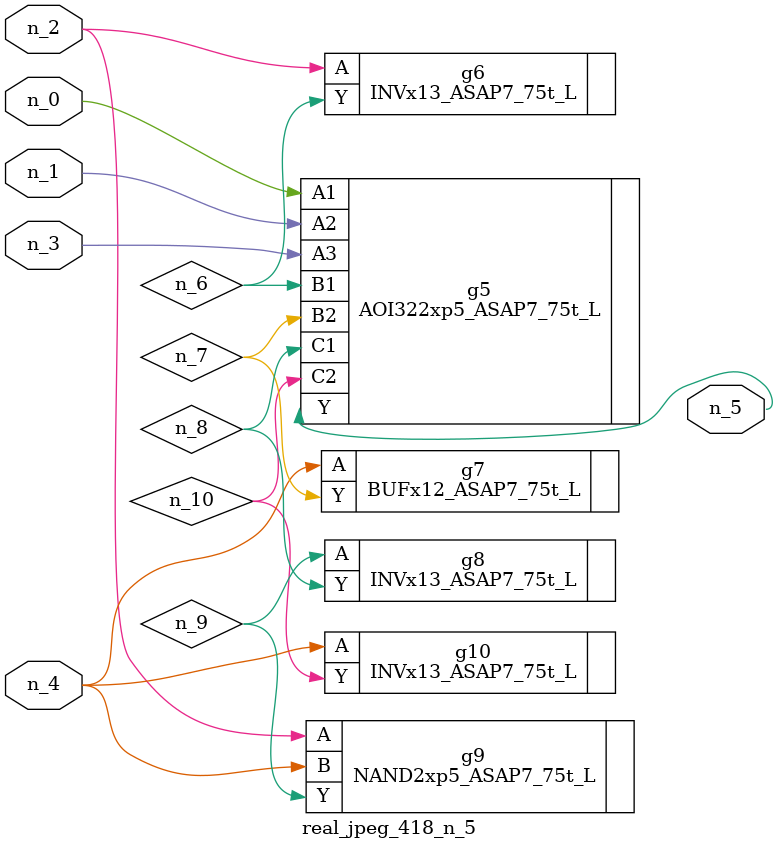
<source format=v>
module real_jpeg_418_n_5 (n_4, n_0, n_1, n_2, n_3, n_5);

input n_4;
input n_0;
input n_1;
input n_2;
input n_3;

output n_5;

wire n_8;
wire n_6;
wire n_7;
wire n_10;
wire n_9;

AOI322xp5_ASAP7_75t_L g5 ( 
.A1(n_0),
.A2(n_1),
.A3(n_3),
.B1(n_6),
.B2(n_7),
.C1(n_8),
.C2(n_10),
.Y(n_5)
);

INVx13_ASAP7_75t_L g6 ( 
.A(n_2),
.Y(n_6)
);

NAND2xp5_ASAP7_75t_L g9 ( 
.A(n_2),
.B(n_4),
.Y(n_9)
);

BUFx12_ASAP7_75t_L g7 ( 
.A(n_4),
.Y(n_7)
);

INVx13_ASAP7_75t_L g10 ( 
.A(n_4),
.Y(n_10)
);

INVx13_ASAP7_75t_L g8 ( 
.A(n_9),
.Y(n_8)
);


endmodule
</source>
